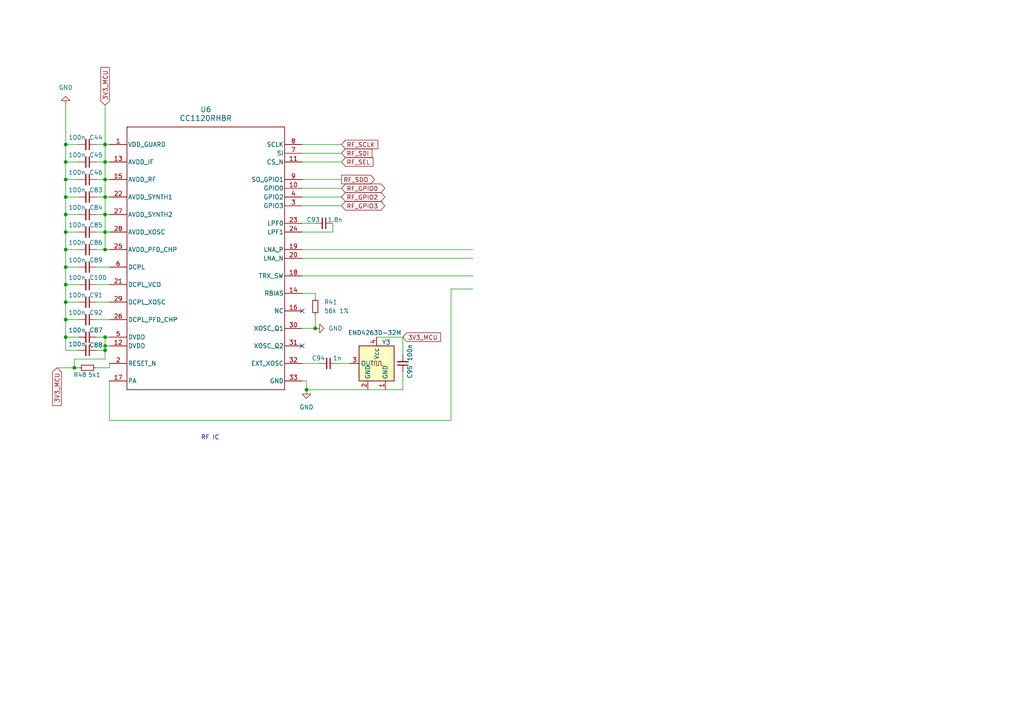
<source format=kicad_sch>
(kicad_sch (version 20250114) (generator "eeschema") (generator_version "9.0")
  (paper "A4")
  (lib_symbols
    (symbol "2025-03-28_00-57-05:SI4468-A2A-IM" (pin_names (offset 0.254))
      (property "Reference" "U" (at 22.86 10.16 0))
      (property "Value" "SI4468-A2A-IM" (at 22.86 7.62 0))
      (symbol "SI4468-A2A-IM_0_1"
        (polyline (pts (xy 7.62 5.08) (xy 7.62 -30.48)) (stroke (width 0.127)))
        (polyline (pts (xy 7.62 -30.48) (xy 38.1 -30.48)) (stroke (width 0.127)))
        (polyline (pts (xy 38.1 5.08) (xy 7.62 5.08)) (stroke (width 0.127)))
        (polyline (pts (xy 38.1 -30.48) (xy 38.1 5.08)) (stroke (width 0.127)))
        (pin input line (at 0 0 0) (length 7.62) (name "SDN") (number "1"))
        (pin input line (at 0 -2.54 0) (length 7.62) (name "RXP") (number "2"))
        (pin input line (at 0 -5.08 0) (length 7.62) (name "RXN") (number "3"))
        (pin output line (at 0 -7.62 0) (length 7.62) (name "TX") (number "4"))
        (pin no_connect line (at 0 -10.16 0) (length 7.62) (name "NC") (number "5"))
        (pin power_in line (at 0 -12.7 0) (length 7.62) (name "VDD") (number "6"))
        (pin output line (at 0 -15.24 0) (length 7.62) (name "TXRAMP") (number "7"))
        (pin power_in line (at 0 -17.78 0) (length 7.62) (name "VDD") (number "8"))
        (pin bidirectional line (at 0 -20.32 0) (length 7.62) (name "GPIO0") (number "9"))
        (pin bidirectional line (at 0 -22.86 0) (length 7.62) (name "GPIO1") (number "10"))
        (pin unspecified line (at 45.72 0 180) (length 7.62) (name "EPAD") (number "21"))
        (pin bidirectional line (at 45.72 -2.54 180) (length 7.62) (name "GPIO3") (number "20"))
        (pin bidirectional line (at 45.72 -5.08 180) (length 7.62) (name "GPIO2") (number "19"))
        (pin power_in line (at 45.72 -7.62 180) (length 7.62) (name "GND") (number "18"))
        (pin input line (at 45.72 -10.16 180) (length 7.62) (name "XIN") (number "17"))
        (pin output line (at 45.72 -12.7 180) (length 7.62) (name "XOUT") (number "16"))
        (pin input line (at 45.72 -15.24 180) (length 7.62) (name "NSEL") (number "15"))
        (pin input line (at 45.72 -17.78 180) (length 7.62) (name "SDI") (number "14"))
        (pin output line (at 45.72 -20.32 180) (length 7.62) (name "SDO") (number "13"))
        (pin input line (at 45.72 -22.86 180) (length 7.62) (name "SCLK") (number "12"))
        (pin output line (at 45.72 -25.4 180) (length 7.62) (name "NIRQ") (number "11"))
      )
    )
    (symbol "CC1120:CC1120RHBR" (pin_names (offset 0.254))
      (property "Reference" "U" (at 0 2.54 0))
      (property "Value" "CC1120RHBR" (at 0 0 0))
      (symbol "CC1120RHBR_0_1"
        (polyline (pts (xy -22.86 38.1) (xy -22.86 -38.1)) (stroke (width 0.2032)))
        (polyline (pts (xy -22.86 -38.1) (xy 22.86 -38.1)) (stroke (width 0.2032)))
        (polyline (pts (xy 22.86 38.1) (xy -22.86 38.1)) (stroke (width 0.2032)))
        (polyline (pts (xy 22.86 -38.1) (xy 22.86 38.1)) (stroke (width 0.2032)))
        (pin power_in line (at -27.94 33.02 0) (length 5.08) (name "VDD_GUARD") (number "1"))
        (pin power_in line (at -27.94 27.94 0) (length 5.08) (name "AVDD_IF") (number "13"))
        (pin power_in line (at -27.94 22.86 0) (length 5.08) (name "AVDD_RF") (number "15"))
        (pin power_in line (at -27.94 17.78 0) (length 5.08) (name "AVDD_SYNTH1") (number "22"))
        (pin power_in line (at -27.94 12.7 0) (length 5.08) (name "AVDD_SYNTH2") (number "27"))
        (pin power_in line (at -27.94 7.62 0) (length 5.08) (name "AVDD_XOSC") (number "28"))
        (pin power_in line (at -27.94 2.54 0) (length 5.08) (name "AVDD_PFD_CHP") (number "25"))
        (pin power_in line (at -27.94 -2.54 0) (length 5.08) (name "DCPL") (number "6"))
        (pin power_in line (at -27.94 -7.62 0) (length 5.08) (name "DCPL_VCO") (number "21"))
        (pin power_in line (at -27.94 -12.7 0) (length 5.08) (name "DCPL_XOSC") (number "29"))
        (pin power_in line (at -27.94 -17.78 0) (length 5.08) (name "DCPL_PFD_CHP") (number "26"))
        (pin power_in line (at -27.94 -22.86 0) (length 5.08) (name "DVDD") (number "5"))
        (pin power_in line (at -27.94 -25.4 0) (length 5.08) (name "DVDD") (number "12"))
        (pin input line (at -27.94 -30.48 0) (length 5.08) (name "RESET_N") (number "2"))
        (pin output line (at -27.94 -35.56 0) (length 5.08) (name "PA") (number "17"))
        (pin input line (at 27.94 33.02 180) (length 5.08) (name "SCLK") (number "8"))
        (pin input line (at 27.94 30.48 180) (length 5.08) (name "SI") (number "7"))
        (pin input line (at 27.94 27.94 180) (length 5.08) (name "CS_N") (number "11"))
        (pin bidirectional line (at 27.94 22.86 180) (length 5.08) (name "SO_GPIO1") (number "9"))
        (pin bidirectional line (at 27.94 20.32 180) (length 5.08) (name "GPIO0") (number "10"))
        (pin bidirectional line (at 27.94 17.78 180) (length 5.08) (name "GPIO2") (number "4"))
        (pin bidirectional line (at 27.94 15.24 180) (length 5.08) (name "GPIO3") (number "3"))
        (pin unspecified line (at 27.94 10.16 180) (length 5.08) (name "LPF0") (number "23"))
        (pin unspecified line (at 27.94 7.62 180) (length 5.08) (name "LPF1") (number "24"))
        (pin input line (at 27.94 2.54 180) (length 5.08) (name "LNA_P") (number "19"))
        (pin input line (at 27.94 0 180) (length 5.08) (name "LNA_N") (number "20"))
        (pin unspecified line (at 27.94 -5.08 180) (length 5.08) (name "TRX_SW") (number "18"))
        (pin unspecified line (at 27.94 -10.16 180) (length 5.08) (name "RBIAS") (number "14"))
        (pin unspecified line (at 27.94 -15.24 180) (length 5.08) (name "NC") (number "16"))
        (pin unspecified line (at 27.94 -20.32 180) (length 5.08) (name "XOSC_Q1") (number "30"))
        (pin unspecified line (at 27.94 -25.4 180) (length 5.08) (name "XOSC_Q2") (number "31"))
        (pin input line (at 27.94 -30.48 180) (length 5.08) (name "EXT_XOSC") (number "32"))
        (pin power_in line (at 27.94 -35.56 180) (length 5.08) (name "GND") (number "33"))
      )
    )
    (symbol "Device:C_Small" (pin_numbers (hide yes)) (pin_names (offset 0.254) (hide yes))
      (property "Reference" "C" (at 0.254 1.778 0))
      (property "Value" "C_Small" (at 0.254 -2.032 0))
      (symbol "C_Small_0_1"
        (polyline (pts (xy -1.524 0.508) (xy 1.524 0.508)) (stroke (width 0.3048)))
        (polyline (pts (xy -1.524 -0.508) (xy 1.524 -0.508)) (stroke (width 0.3302)))
      )
      (symbol "C_Small_1_1"
        (pin passive line (at 0 2.54 270) (length 2.032) (name "~") (number "1"))
        (pin passive line (at 0 -2.54 90) (length 2.032) (name "~") (number "2"))
      )
    )
    (symbol "Device:Crystal_GND23" (pin_names (offset 1.016) (hide yes))
      (property "Reference" "Y2" (at 11.43 6.4202 0))
      (property "Value" "Crystal_GND23" (at 11.43 3.8802 0))
      (symbol "Crystal_GND23_0_1"
        (polyline (pts (xy -2.54 2.286) (xy -2.54 3.556) (xy 2.54 3.556) (xy 2.54 2.286)))
        (polyline (pts (xy -2.54 0) (xy -2.032 0)))
        (polyline (pts (xy -2.54 -2.286) (xy -2.54 -3.556) (xy 2.54 -3.556) (xy 2.54 -2.286)))
        (polyline (pts (xy -2.032 -1.27) (xy -2.032 1.27)) (stroke (width 0.508)))
        (rectangle (start -1.143 2.54) (end 1.143 -2.54) (stroke (width 0.3048)))
        (polyline (pts (xy 0 3.556) (xy 0 3.81)))
        (polyline (pts (xy 0 -3.81) (xy 0 -3.556)))
        (polyline (pts (xy 2.032 0) (xy 2.54 0)))
        (polyline (pts (xy 2.032 -1.27) (xy 2.032 1.27)) (stroke (width 0.508)))
      )
      (symbol "Crystal_GND23_1_1"
        (pin passive line (at -3.81 0 0) (length 1.27) (name "VCC") (number "4"))
        (pin passive line (at 0 5.08 270) (length 1.27) (name "2") (number "2"))
        (pin passive line (at 0 -5.08 90) (length 1.27) (name "1") (number "1"))
        (pin passive line (at 3.81 0 180) (length 1.27) (name "OUTPUT") (number "3"))
      )
    )
    (symbol "Device:R_Small" (pin_numbers (hide yes)) (pin_names (offset 0.254) (hide yes))
      (property "Reference" "R" (at 0.762 0.508 0))
      (property "Value" "R_Small" (at 0.762 -1.016 0))
      (symbol "R_Small_0_1"
        (rectangle (start -0.762 1.778) (end 0.762 -1.778) (stroke (width 0.2032)))
      )
      (symbol "R_Small_1_1"
        (pin passive line (at 0 2.54 270) (length 0.762) (name "~") (number "1"))
        (pin passive line (at 0 -2.54 90) (length 0.762) (name "~") (number "2"))
      )
    )
    (symbol "Oscillator:TG2520SMN-xx.xxxxxxMhz-xxxxNM"
      (property "Reference" "Y3" (at -2.794 6.096 0))
      (property "Value" "END4263D-32M" (at 9.652 6.35 0))
      (symbol "TG2520SMN-xx.xxxxxxMhz-xxxxNM_0_1"
        (rectangle (start -5.08 5.08) (end 5.08 -5.08) (stroke (width 0.254)) (fill (type background)))
        (polyline (pts (xy -1.905 -0.635) (xy -1.27 -0.635) (xy -1.27 0.635) (xy -0.635 0.635) (xy -0.635 -0.635) (xy 0 -0.635) (xy 0 0.635) (xy 0.635 0.635) (xy 0.635 -0.635)))
      )
      (symbol "TG2520SMN-xx.xxxxxxMhz-xxxxNM_1_1"
        (pin no_connect line (at -5.08 0 0) (length 2.54) (hide yes) (name "NC") (number "1"))
        (pin power_in line (at -2.54 -7.62 90) (length 2.54) (name "GND") (number "1"))
        (pin power_in line (at 0 7.62 270) (length 2.54) (name "Vcc") (number "4"))
        (pin power_in line (at 2.54 -7.62 90) (length 2.54) (name "GND") (number "2"))
        (pin output line (at 7.62 0 180) (length 2.54) (name "OUT") (number "3"))
      )
    )
    (symbol "power:GND" (power) (pin_numbers (hide yes)) (pin_names (offset 0) (hide yes))
      (property "Value" "GND" (at 0 -3.81 0))
      (symbol "GND_0_1"
        (polyline (pts (xy 0 0) (xy 0 -1.27) (xy 1.27 -1.27) (xy 0 -2.54) (xy -1.27 -1.27) (xy 0 -1.27)))
      )
      (symbol "GND_1_1"
        (pin power_in line (at 0 0 270) (length 0) (name "~") (number "1"))
      )
    )
  )
  (text "RF IC\n" (at 60.96 127 0) (effects (font (size 1.27 1.27))))
  (junction (at 354.33 81.28))
  (junction (at 19.05 87.63))
  (junction (at 441.96 52.07))
  (junction (at 19.05 77.47))
  (junction (at 30.48 46.99))
  (junction (at 354.33 90.17))
  (junction (at 441.96 59.69))
  (junction (at 349.25 90.17))
  (junction (at 30.48 52.07))
  (junction (at 19.05 41.91))
  (junction (at 30.48 100.33))
  (junction (at 349.25 81.28))
  (junction (at 30.48 72.39))
  (junction (at 91.44 95.25))
  (junction (at 21.59 106.68))
  (junction (at 354.33 44.45))
  (junction (at 30.48 97.79))
  (junction (at 19.05 52.07))
  (junction (at 349.25 104.14))
  (junction (at 30.48 62.23))
  (junction (at 30.48 57.15))
  (junction (at 19.05 72.39))
  (junction (at 30.48 67.31))
  (junction (at 30.48 41.91))
  (junction (at 19.05 62.23))
  (junction (at 88.9 113.03))
  (junction (at 354.33 104.14))
  (junction (at 19.05 97.79))
  (junction (at 359.41 62.23))
  (junction (at 19.05 67.31))
  (junction (at 354.33 72.39))
  (junction (at 19.05 82.55))
  (junction (at 19.05 57.15))
  (junction (at 30.48 101.6))
  (junction (at 19.05 92.71))
  (junction (at 19.05 46.99))
  (no_connect (at 87.63 100.33))
  (no_connect (at 87.63 90.17))
  (wire (pts (xy 116.84 102.87) (xy 116.84 97.79)))
  (wire (pts (xy 30.48 100.33) (xy 31.75 100.33)))
  (wire (pts (xy 21.59 104.14) (xy 30.48 104.14)))
  (wire (pts (xy 130.81 121.92) (xy 130.81 83.82)))
  (wire (pts (xy 354.33 72.39) (xy 354.33 62.23)))
  (wire (pts (xy 30.48 67.31) (xy 30.48 72.39)))
  (wire (pts (xy 30.48 101.6) (xy 30.48 100.33)))
  (wire (pts (xy 87.63 46.99) (xy 99.06 46.99)))
  (wire (pts (xy 27.94 92.71) (xy 31.75 92.71)))
  (wire (pts (xy 334.01 59.69) (xy 361.95 59.69)))
  (wire (pts (xy 441.96 52.07) (xy 441.96 53.34)))
  (wire (pts (xy 30.48 97.79) (xy 30.48 100.33)))
  (wire (pts (xy 27.94 77.47) (xy 31.75 77.47)))
  (wire (pts (xy 349.25 90.17) (xy 349.25 104.14)))
  (wire (pts (xy 19.05 41.91) (xy 19.05 46.99)))
  (wire (pts (xy 99.06 59.69) (xy 87.63 59.69)))
  (wire (pts (xy 27.94 46.99) (xy 30.48 46.99)))
  (wire (pts (xy 334.01 49.53) (xy 361.95 49.53)))
  (wire (pts (xy 19.05 97.79) (xy 22.86 97.79)))
  (wire (pts (xy 91.44 85.09) (xy 91.44 86.36)))
  (wire (pts (xy 407.67 54.61) (xy 415.29 54.61)))
  (wire (pts (xy 87.63 105.41) (xy 92.71 105.41)))
  (wire (pts (xy 19.05 62.23) (xy 19.05 67.31)))
  (wire (pts (xy 91.44 91.44) (xy 91.44 95.25)))
  (wire (pts (xy 427.99 66.04) (xy 427.99 54.61)))
  (wire (pts (xy 19.05 46.99) (xy 19.05 52.07)))
  (wire (pts (xy 407.67 49.53) (xy 421.64 49.53)))
  (wire (pts (xy 19.05 82.55) (xy 19.05 77.47)))
  (wire (pts (xy 116.84 97.79) (xy 109.22 97.79)))
  (wire (pts (xy 359.41 64.77) (xy 359.41 80.01)))
  (wire (pts (xy 19.05 46.99) (xy 22.86 46.99)))
  (wire (pts (xy 99.06 57.15) (xy 87.63 57.15)))
  (wire (pts (xy 30.48 30.48) (xy 30.48 41.91)))
  (wire (pts (xy 440.69 59.69) (xy 441.96 59.69)))
  (wire (pts (xy 405.13 80.01) (xy 410.21 80.01)))
  (wire (pts (xy 19.05 82.55) (xy 22.86 82.55)))
  (wire (pts (xy 455.93 66.04) (xy 427.99 66.04)))
  (wire (pts (xy 21.59 106.68) (xy 22.86 106.68)))
  (wire (pts (xy 354.33 90.17) (xy 354.33 104.14)))
  (wire (pts (xy 361.95 57.15) (xy 359.41 57.15)))
  (wire (pts (xy 99.06 44.45) (xy 87.63 44.45)))
  (wire (pts (xy 407.67 46.99) (xy 421.64 46.99)))
  (wire (pts (xy 22.86 72.39) (xy 19.05 72.39)))
  (wire (pts (xy 99.06 41.91) (xy 87.63 41.91)))
  (wire (pts (xy 30.48 46.99) (xy 31.75 46.99)))
  (wire (pts (xy 334.01 46.99) (xy 361.95 46.99)))
  (wire (pts (xy 349.25 72.39) (xy 349.25 81.28)))
  (wire (pts (xy 19.05 62.23) (xy 22.86 62.23)))
  (wire (pts (xy 130.81 83.82) (xy 137.16 83.82)))
  (wire (pts (xy 354.33 36.83) (xy 354.33 39.37)))
  (wire (pts (xy 27.94 97.79) (xy 30.48 97.79)))
  (wire (pts (xy 27.94 82.55) (xy 31.75 82.55)))
  (wire (pts (xy 410.21 67.31) (xy 407.67 67.31)))
  (wire (pts (xy 87.63 85.09) (xy 91.44 85.09)))
  (wire (pts (xy 19.05 52.07) (xy 19.05 57.15)))
  (wire (pts (xy 19.05 77.47) (xy 22.86 77.47)))
  (wire (pts (xy 96.52 67.31) (xy 87.63 67.31)))
  (wire (pts (xy 31.75 121.92) (xy 130.81 121.92)))
  (wire (pts (xy 99.06 54.61) (xy 87.63 54.61)))
  (wire (pts (xy 27.94 62.23) (xy 30.48 62.23)))
  (wire (pts (xy 22.86 87.63) (xy 19.05 87.63)))
  (wire (pts (xy 31.75 106.68) (xy 31.75 105.41)))
  (wire (pts (xy 30.48 72.39) (xy 31.75 72.39)))
  (wire (pts (xy 30.48 104.14) (xy 30.48 101.6)))
  (wire (pts (xy 88.9 110.49) (xy 88.9 113.03)))
  (wire (pts (xy 88.9 113.03) (xy 116.84 113.03)))
  (wire (pts (xy 441.96 59.69) (xy 448.31 59.69)))
  (wire (pts (xy 19.05 92.71) (xy 22.86 92.71)))
  (wire (pts (xy 349.25 81.28) (xy 349.25 90.17)))
  (wire (pts (xy 16.51 106.68) (xy 21.59 106.68)))
  (wire (pts (xy 30.48 67.31) (xy 31.75 67.31)))
  (wire (pts (xy 27.94 41.91) (xy 30.48 41.91)))
  (wire (pts (xy 19.05 57.15) (xy 22.86 57.15)))
  (wire (pts (xy 415.29 62.23) (xy 407.67 62.23)))
  (wire (pts (xy 19.05 82.55) (xy 19.05 87.63)))
  (wire (pts (xy 27.94 72.39) (xy 30.48 72.39)))
  (wire (pts (xy 96.52 64.77) (xy 96.52 67.31)))
  (wire (pts (xy 87.63 72.39) (xy 137.16 72.39)))
  (wire (pts (xy 405.13 85.09) (xy 415.29 85.09)))
  (wire (pts (xy 441.96 52.07) (xy 452.12 52.07)))
  (wire (pts (xy 452.12 54.61) (xy 452.12 52.07)))
  (wire (pts (xy 27.94 106.68) (xy 31.75 106.68)))
  (wire (pts (xy 349.25 104.14) (xy 349.25 107.95)))
  (wire (pts (xy 359.41 57.15) (xy 359.41 62.23)))
  (wire (pts (xy 19.05 77.47) (xy 19.05 72.39)))
  (wire (pts (xy 19.05 30.48) (xy 19.05 41.91)))
  (wire (pts (xy 455.93 59.69) (xy 455.93 66.04)))
  (wire (pts (xy 19.05 92.71) (xy 19.05 97.79)))
  (wire (pts (xy 30.48 57.15) (xy 30.48 62.23)))
  (wire (pts (xy 361.95 77.47) (xy 367.03 77.47)))
  (wire (pts (xy 87.63 74.93) (xy 137.16 74.93)))
  (wire (pts (xy 30.48 62.23) (xy 30.48 67.31)))
  (wire (pts (xy 19.05 52.07) (xy 22.86 52.07)))
  (wire (pts (xy 27.94 67.31) (xy 30.48 67.31)))
  (wire (pts (xy 87.63 52.07) (xy 99.06 52.07)))
  (wire (pts (xy 354.33 62.23) (xy 359.41 62.23)))
  (wire (pts (xy 407.67 52.07) (xy 441.96 52.07)))
  (wire (pts (xy 359.41 80.01) (xy 367.03 80.01)))
  (wire (pts (xy 19.05 67.31) (xy 19.05 72.39)))
  (wire (pts (xy 361.95 64.77) (xy 359.41 64.77)))
  (wire (pts (xy 87.63 64.77) (xy 91.44 64.77)))
  (wire (pts (xy 21.59 104.14) (xy 21.59 106.68)))
  (wire (pts (xy 31.75 97.79) (xy 30.48 97.79)))
  (wire (pts (xy 97.79 105.41) (xy 101.6 105.41)))
  (wire (pts (xy 27.94 57.15) (xy 30.48 57.15)))
  (wire (pts (xy 354.33 44.45) (xy 361.95 44.45)))
  (wire (pts (xy 354.33 81.28) (xy 354.33 90.17)))
  (wire (pts (xy 405.13 77.47) (xy 407.67 77.47)))
  (wire (pts (xy 22.86 101.6) (xy 19.05 101.6)))
  (wire (pts (xy 407.67 59.69) (xy 417.83 59.69)))
  (wire (pts (xy 405.13 87.63) (xy 417.83 87.63)))
  (wire (pts (xy 87.63 80.01) (xy 137.16 80.01)))
  (wire (pts (xy 407.67 64.77) (xy 412.75 64.77)))
  (wire (pts (xy 412.75 64.77) (xy 412.75 82.55)))
  (wire (pts (xy 359.41 62.23) (xy 361.95 62.23)))
  (wire (pts (xy 427.99 54.61) (xy 420.37 54.61)))
  (wire (pts (xy 350.52 44.45) (xy 354.33 44.45)))
  (wire (pts (xy 30.48 52.07) (xy 31.75 52.07)))
  (wire (pts (xy 31.75 87.63) (xy 27.94 87.63)))
  (wire (pts (xy 361.95 67.31) (xy 361.95 77.47)))
  (wire (pts (xy 91.44 95.25) (xy 87.63 95.25)))
  (wire (pts (xy 19.05 57.15) (xy 19.05 62.23)))
  (wire (pts (xy 417.83 59.69) (xy 417.83 87.63)))
  (wire (pts (xy 415.29 85.09) (xy 415.29 62.23)))
  (wire (pts (xy 30.48 46.99) (xy 30.48 52.07)))
  (wire (pts (xy 30.48 41.91) (xy 31.75 41.91)))
  (wire (pts (xy 116.84 107.95) (xy 116.84 113.03)))
  (wire (pts (xy 19.05 67.31) (xy 22.86 67.31)))
  (wire (pts (xy 407.67 77.47) (xy 407.67 69.85)))
  (wire (pts (xy 27.94 101.6) (xy 30.48 101.6)))
  (wire (pts (xy 27.94 52.07) (xy 30.48 52.07)))
  (wire (pts (xy 354.33 72.39) (xy 354.33 81.28)))
  (wire (pts (xy 31.75 110.49) (xy 31.75 121.92)))
  (wire (pts (xy 410.21 80.01) (xy 410.21 67.31)))
  (wire (pts (xy 412.75 82.55) (xy 405.13 82.55)))
  (wire (pts (xy 354.33 104.14) (xy 354.33 105.41)))
  (wire (pts (xy 30.48 52.07) (xy 30.48 57.15)))
  (wire (pts (xy 87.63 110.49) (xy 88.9 110.49)))
  (wire (pts (xy 19.05 101.6) (xy 19.05 97.79)))
  (wire (pts (xy 441.96 58.42) (xy 441.96 59.69)))
  (wire (pts (xy 19.05 87.63) (xy 19.05 92.71)))
  (wire (pts (xy 334.01 52.07) (xy 361.95 52.07)))
  (wire (pts (xy 30.48 41.91) (xy 30.48 46.99)))
  (wire (pts (xy 22.86 41.91) (xy 19.05 41.91)))
  (wire (pts (xy 30.48 57.15) (xy 31.75 57.15)))
  (wire (pts (xy 30.48 62.23) (xy 31.75 62.23)))
  (global_label "RF_SDO" (shape output) (at 405.13 82.55 180) (property "Intersheetrefs" "${INTERSHEET_REFS}" (effects (hide yes))))
  (global_label "RF_SEL" (shape input) (at 405.13 87.63 180) (property "Intersheetrefs" "${INTERSHEET_REFS}" (effects (hide yes))))
  (global_label "3V3_MCU" (shape input) (at 354.33 36.83 180) (property "Intersheetrefs" "${INTERSHEET_REFS}" (effects (hide yes))))
  (global_label "RF_SHUTDOWN" (shape input) (at 350.52 44.45 180) (property "Intersheetrefs" "${INTERSHEET_REFS}" (effects (hide yes))))
  (global_label "RF_GPIO1" (shape bidirectional) (at 367.03 77.47 0) (property "Intersheetrefs" "${INTERSHEET_REFS}" (effects (hide yes))))
  (global_label "RF_GPIO2" (shape bidirectional) (at 421.64 49.53 0) (property "Intersheetrefs" "${INTERSHEET_REFS}" (effects (hide yes))))
  (global_label "3V3_MCU" (shape input) (at 116.84 97.79 0) (property "Intersheetrefs" "${INTERSHEET_REFS}" (effects (hide yes))))
  (global_label "3V3_MCU" (shape input) (at 354.33 105.41 270) (property "Intersheetrefs" "${INTERSHEET_REFS}" (effects (hide yes))))
  (global_label "RF_GPIO3" (shape bidirectional) (at 99.06 59.69 0) (property "Intersheetrefs" "${INTERSHEET_REFS}" (effects (hide yes))))
  (global_label "RF_SDI" (shape input) (at 99.06 44.45 0) (property "Intersheetrefs" "${INTERSHEET_REFS}" (effects (hide yes))))
  (global_label "RF_GPIO0" (shape bidirectional) (at 99.06 54.61 0) (property "Intersheetrefs" "${INTERSHEET_REFS}" (effects (hide yes))))
  (global_label "RF_GPIO0" (shape bidirectional) (at 367.03 80.01 0) (property "Intersheetrefs" "${INTERSHEET_REFS}" (effects (hide yes))))
  (global_label "RF_INTERRUPT" (shape output) (at 405.13 77.47 180) (property "Intersheetrefs" "${INTERSHEET_REFS}" (effects (hide yes))))
  (global_label "3V3_MCU" (shape input) (at 16.51 106.68 270) (property "Intersheetrefs" "${INTERSHEET_REFS}" (effects (hide yes))))
  (global_label "RF_SDI" (shape input) (at 405.13 85.09 180) (property "Intersheetrefs" "${INTERSHEET_REFS}" (effects (hide yes))))
  (global_label "RF_SDO" (shape output) (at 99.06 52.07 0) (property "Intersheetrefs" "${INTERSHEET_REFS}" (effects (hide yes))))
  (global_label "RF_GPIO2" (shape bidirectional) (at 99.06 57.15 0) (property "Intersheetrefs" "${INTERSHEET_REFS}" (effects (hide yes))))
  (global_label "RF_SEL" (shape input) (at 99.06 46.99 0) (property "Intersheetrefs" "${INTERSHEET_REFS}" (effects (hide yes))))
  (global_label "RF_SCLK" (shape input) (at 405.13 80.01 180) (property "Intersheetrefs" "${INTERSHEET_REFS}" (effects (hide yes))))
  (global_label "RF_SCLK" (shape input) (at 99.06 41.91 0) (property "Intersheetrefs" "${INTERSHEET_REFS}" (effects (hide yes))))
  (global_label "3V3_MCU" (shape input) (at 30.48 30.48 90) (property "Intersheetrefs" "${INTERSHEET_REFS}" (effects (hide yes))))
  (global_label "RF_GPIO3" (shape bidirectional) (at 421.64 46.99 0) (property "Intersheetrefs" "${INTERSHEET_REFS}" (effects (hide yes))))
  (global_label "3V3_MCU" (shape input) (at 440.69 59.69 180) (property "Intersheetrefs" "${INTERSHEET_REFS}" (effects (hide yes))))
  (symbol (lib_id "Device:C_Small") (at 25.4 62.23 270) (unit 1)
    (property "Reference" "C84" (at 25.908 60.198 90) (effects (justify left)))
    (property "Value" "100n" (at 19.812 60.198 90) (effects (justify left)))
    (property "Footprint" "Capacitor_SMD:C_0402_1005Metric_Pad0.74x0.62mm_HandSolder" (effects (hide yes)))
    (property "Description" "Unpolarized capacitor, small symbol" (effects (hide yes)))
  )
  (symbol (lib_id "Device:C_Small") (at 25.4 46.99 270) (unit 1)
    (property "Reference" "C45" (at 25.908 44.958 90) (effects (justify left)))
    (property "Value" "100n" (at 19.812 44.958 90) (effects (justify left)))
    (property "Footprint" "Capacitor_SMD:C_0402_1005Metric_Pad0.74x0.62mm_HandSolder" (effects (hide yes)))
    (property "Description" "Unpolarized capacitor, small symbol" (effects (hide yes)))
  )
  (symbol (lib_id "Device:C_Small") (at 441.96 55.88 0) (unit 1) (on_board no) (dnp yes)
    (property "Reference" "C24" (at 444.5 54.6162 0) (effects (justify left)))
    (property "Value" "100n" (at 444.5 57.1562 0) (effects (justify left)))
    (property "Description" "Unpolarized capacitor, small symbol" (effects (hide yes)))
  )
  (symbol (lib_id "Device:C_Small") (at 25.4 77.47 270) (unit 1)
    (property "Reference" "C89" (at 25.908 75.438 90) (effects (justify left)))
    (property "Value" "100n" (at 19.812 75.438 90) (effects (justify left)))
    (property "Footprint" "Capacitor_SMD:C_0402_1005Metric_Pad0.74x0.62mm_HandSolder" (effects (hide yes)))
    (property "Description" "Unpolarized capacitor, small symbol" (effects (hide yes)))
  )
  (symbol (lib_id "Device:C_Small") (at 25.4 101.6 270) (unit 1)
    (property "Reference" "C88" (at 25.908 100.076 90) (effects (justify left)))
    (property "Value" "100n" (at 19.812 99.822 90) (effects (justify left)))
    (property "Footprint" "Capacitor_SMD:C_0402_1005Metric_Pad0.74x0.62mm_HandSolder" (effects (hide yes)))
    (property "Description" "Unpolarized capacitor, small symbol" (effects (hide yes)))
  )
  (symbol (lib_id "Device:C_Small") (at 95.25 105.41 270) (unit 1)
    (property "Reference" "C94" (at 90.424 103.886 90) (effects (justify left)))
    (property "Value" "1n" (at 96.52 103.886 90) (effects (justify left)))
    (property "Footprint" "Capacitor_SMD:C_0603_1608Metric_Pad1.08x0.95mm_HandSolder" (effects (hide yes)))
    (property "Description" "Unpolarized capacitor, small symbol" (effects (hide yes)))
  )
  (symbol (lib_id "Device:C_Small") (at 25.4 67.31 270) (unit 1)
    (property "Reference" "C85" (at 25.908 65.278 90) (effects (justify left)))
    (property "Value" "100n" (at 19.812 65.278 90) (effects (justify left)))
    (property "Footprint" "Capacitor_SMD:C_0402_1005Metric_Pad0.74x0.62mm_HandSolder" (effects (hide yes)))
    (property "Description" "Unpolarized capacitor, small symbol" (effects (hide yes)))
  )
  (symbol (lib_id "Oscillator:TG2520SMN-xx.xxxxxxMhz-xxxxNM") (at 109.22 105.41 0) (mirror y) (unit 1)
    (property "Reference" "Y3" (at 112.014 99.314 0))
    (property "Value" "END4263D-32M" (at 108.712 96.52 0))
    (property "Footprint" "Oscillator:Oscillator_SMD_SeikoEpson_TG2520SMN-xxx-xxxxxx-4Pin_2.5x2.0mm" (effects (hide yes)))
    (property "Datasheet" "https://support.epson.biz/td/api/doc_check.php?dl=app_TG2520SMN&lang=en" (effects (hide yes)))
    (property "Description" "Crystal Oscillator Low Profile / High Stability TCXO" (effects (hide yes)))
  )
  (symbol (lib_id "power:GND") (at 361.95 54.61 270) (unit 1) (on_board no) (dnp yes)
    (property "Reference" "#PWR018" (effects (hide yes)))
    (property "Value" "GND" (at 358.14 54.6099 90) (effects (justify right)))
    (property "Description" "Power symbol creates a global label with name \"GND\" , ground" (effects (hide yes)))
  )
  (symbol (lib_id "Device:C_Small") (at 25.4 97.79 270) (unit 1)
    (property "Reference" "C87" (at 25.908 95.758 90) (effects (justify left)))
    (property "Value" "100n" (at 19.812 95.758 90) (effects (justify left)))
    (property "Footprint" "Capacitor_SMD:C_0402_1005Metric_Pad0.74x0.62mm_HandSolder" (effects (hide yes)))
    (property "Description" "Unpolarized capacitor, small symbol" (effects (hide yes)))
  )
  (symbol (lib_id "Device:C_Small") (at 351.79 90.17 270) (unit 1) (on_board no) (dnp yes)
    (property "Reference" "C21" (at 353.0538 92.71 0) (effects (justify left)))
    (property "Value" "100n" (at 350.5138 92.71 0) (effects (justify left)))
    (property "Description" "Unpolarized capacitor, small symbol" (effects (hide yes)))
  )
  (symbol (lib_id "Device:C_Small") (at 25.4 92.71 270) (unit 1)
    (property "Reference" "C92" (at 25.908 90.678 90) (effects (justify left)))
    (property "Value" "100n" (at 19.812 90.678 90) (effects (justify left)))
    (property "Footprint" "Capacitor_SMD:C_0402_1005Metric_Pad0.74x0.62mm_HandSolder" (effects (hide yes)))
    (property "Description" "Unpolarized capacitor, small symbol" (effects (hide yes)))
  )
  (symbol (lib_id "Device:C_Small") (at 351.79 104.14 270) (unit 1) (on_board no) (dnp yes)
    (property "Reference" "C20" (at 351.79 99.06 90))
    (property "Value" "4.7u" (at 351.79 101.346 90))
    (property "Description" "Unpolarized capacitor, small symbol" (effects (hide yes)))
  )
  (symbol (lib_id "Device:C_Small") (at 25.4 52.07 270) (unit 1)
    (property "Reference" "C46" (at 25.908 50.038 90) (effects (justify left)))
    (property "Value" "100n" (at 19.812 50.038 90) (effects (justify left)))
    (property "Footprint" "Capacitor_SMD:C_0402_1005Metric_Pad0.74x0.62mm_HandSolder" (effects (hide yes)))
    (property "Description" "Unpolarized capacitor, small symbol" (effects (hide yes)))
  )
  (symbol (lib_id "Device:C_Small") (at 25.4 87.63 270) (unit 1)
    (property "Reference" "C91" (at 25.908 85.598 90) (effects (justify left)))
    (property "Value" "100n" (at 19.812 85.598 90) (effects (justify left)))
    (property "Footprint" "Capacitor_SMD:C_0402_1005Metric_Pad0.74x0.62mm_HandSolder" (effects (hide yes)))
    (property "Description" "Unpolarized capacitor, small symbol" (effects (hide yes)))
  )
  (symbol (lib_id "power:GND") (at 407.67 44.45 90) (unit 1) (on_board no) (dnp yes)
    (property "Reference" "#PWR017" (effects (hide yes)))
    (property "Value" "GND" (at 411.48 44.4499 90) (effects (justify right)))
    (property "Description" "Power symbol creates a global label with name \"GND\" , ground" (effects (hide yes)))
  )
  (symbol (lib_id "Device:C_Small") (at 417.83 54.61 270) (unit 1) (on_board no) (dnp yes)
    (property "Reference" "C25" (at 414.782 55.88 90))
    (property "Value" "100p" (at 421.894 55.88 90))
    (property "Description" "Unpolarized capacitor, small symbol" (effects (hide yes)))
  )
  (symbol (lib_id "CC1120:CC1120RHBR") (at 59.69 74.93 0) (unit 1)
    (property "Reference" "U6" (at 59.69 31.75 0) (effects (font (size 1.524 1.524))))
    (property "Value" "CC1120RHBR" (at 59.69 34.29 0) (effects (font (size 1.524 1.524))))
    (property "Footprint" "RHB0032E" (effects (hide yes)))
    (property "Datasheet" "CC1120RHBR" (effects (hide yes)))
  )
  (symbol (lib_id "2025-03-28_00-57-05:SI4468-A2A-IM") (at 361.95 44.45 0) (unit 1) (on_board no) (dnp yes)
    (property "Reference" "U4" (at 384.81 34.29 0) (effects (font (size 1.524 1.524))))
    (property "Value" "SI4468-A2A-IM" (at 384.81 36.83 0) (effects (font (size 1.524 1.524))))
    (property "Footprint" "QFN20_4X4_SIL" (effects (hide yes)))
    (property "Datasheet" "SI4468-A2A-IM" (effects (hide yes)))
  )
  (symbol (lib_id "power:GND") (at 19.05 30.48 180) (unit 1)
    (property "Reference" "#PWR029" (effects (hide yes)))
    (property "Value" "GND" (at 19.05 25.4 0))
    (property "Description" "Power symbol creates a global label with name \"GND\" , ground" (effects (hide yes)))
  )
  (symbol (lib_id "Device:R_Small") (at 25.4 106.68 90) (unit 1)
    (property "Reference" "R48" (at 25.146 108.712 90) (effects (justify left)))
    (property "Value" "5k1" (at 29.21 108.712 90) (effects (justify left)))
    (property "Description" "Resistor, small symbol" (effects (hide yes)))
  )
  (symbol (lib_id "Device:C_Small") (at 25.4 57.15 270) (unit 1)
    (property "Reference" "C83" (at 25.908 55.118 90) (effects (justify left)))
    (property "Value" "100n" (at 19.812 55.118 90) (effects (justify left)))
    (property "Footprint" "Capacitor_SMD:C_0402_1005Metric_Pad0.74x0.62mm_HandSolder" (effects (hide yes)))
    (property "Description" "Unpolarized capacitor, small symbol" (effects (hide yes)))
  )
  (symbol (lib_id "Device:C_Small") (at 351.79 72.39 270) (unit 1) (on_board no) (dnp yes)
    (property "Reference" "C23" (at 353.0538 74.93 0) (effects (justify left)))
    (property "Value" "15p" (at 350.5138 74.93 0) (effects (justify left)))
    (property "Description" "Unpolarized capacitor, small symbol" (effects (hide yes)))
  )
  (symbol (lib_id "Device:C_Small") (at 116.84 105.41 180) (unit 1)
    (property "Reference" "C95" (at 118.872 105.918 90) (effects (justify left)))
    (property "Value" "100n" (at 118.872 99.822 90) (effects (justify left)))
    (property "Footprint" "Capacitor_SMD:C_0402_1005Metric_Pad0.74x0.62mm_HandSolder" (effects (hide yes)))
    (property "Description" "Unpolarized capacitor, small symbol" (effects (hide yes)))
  )
  (symbol (lib_id "power:GND") (at 91.44 95.25 90) (unit 1)
    (property "Reference" "#PWR046" (effects (hide yes)))
    (property "Value" "GND" (at 95.25 95.2499 90) (effects (justify right)))
    (property "Description" "Power symbol creates a global label with name \"GND\" , ground" (effects (hide yes)))
  )
  (symbol (lib_id "Device:C_Small") (at 25.4 72.39 270) (unit 1)
    (property "Reference" "C86" (at 25.908 70.358 90) (effects (justify left)))
    (property "Value" "100n" (at 19.812 70.358 90) (effects (justify left)))
    (property "Footprint" "Capacitor_SMD:C_0402_1005Metric_Pad0.74x0.62mm_HandSolder" (effects (hide yes)))
    (property "Description" "Unpolarized capacitor, small symbol" (effects (hide yes)))
  )
  (symbol (lib_id "Device:R_Small") (at 354.33 41.91 0) (unit 1) (on_board no) (dnp yes)
    (property "Reference" "R11" (at 356.87 40.6399 0) (effects (justify left)))
    (property "Value" "10k" (at 356.87 43.1799 0) (effects (justify left)))
    (property "Description" "Resistor, small symbol" (effects (hide yes)))
  )
  (symbol (lib_id "Device:Crystal_GND23") (at 452.12 59.69 0) (unit 1) (on_board no) (dnp yes)
    (property "Reference" "Y2" (at 458.216 57.912 0))
    (property "Value" "RTX-104EF3C-S-30.000-TR" (at 469.9 55.8098 0))
    (property "Footprint" "Crystal:Crystal_SMD_3225-4Pin_3.2x2.5mm" (effects (hide yes)))
    (property "Description" "Four pin crystal, GND on pins 2 and 3" (effects (hide yes)))
  )
  (symbol (lib_id "Device:C_Small") (at 93.98 64.77 270) (unit 1)
    (property "Reference" "C93" (at 88.9 63.754 90) (effects (justify left)))
    (property "Value" "1.8n" (at 94.996 63.754 90) (effects (justify left)))
    (property "Footprint" "Capacitor_SMD:C_0603_1608Metric_Pad1.08x0.95mm_HandSolder" (effects (hide yes)))
    (property "Description" "Unpolarized capacitor, small symbol" (effects (hide yes)))
  )
  (symbol (lib_id "power:GND") (at 349.25 107.95 0) (unit 1) (on_board no) (dnp yes)
    (property "Reference" "#PWR016" (effects (hide yes)))
    (property "Value" "GND" (at 349.2501 111.76 90) (effects (justify right)))
    (property "Description" "Power symbol creates a global label with name \"GND\" , ground" (effects (hide yes)))
  )
  (symbol (lib_id "Device:R_Small") (at 91.44 88.9 0) (unit 1)
    (property "Reference" "R41" (at 93.98 87.6299 0) (effects (justify left)))
    (property "Value" "56k 1%" (at 93.98 90.1699 0) (effects (justify left)))
    (property "Description" "Resistor, small symbol" (effects (hide yes)))
  )
  (symbol (lib_id "Device:C_Small") (at 25.4 82.55 270) (unit 1)
    (property "Reference" "C100" (at 25.908 80.518 90) (effects (justify left)))
    (property "Value" "100n" (at 19.812 80.518 90) (effects (justify left)))
    (property "Footprint" "Capacitor_SMD:C_0402_1005Metric_Pad0.74x0.62mm_HandSolder" (effects (hide yes)))
    (property "Description" "Unpolarized capacitor, small symbol" (effects (hide yes)))
  )
  (symbol (lib_id "Device:C_Small") (at 25.4 41.91 270) (unit 1)
    (property "Reference" "C44" (at 25.908 39.878 90) (effects (justify left)))
    (property "Value" "100n" (at 19.812 39.878 90) (effects (justify left)))
    (property "Footprint" "Capacitor_SMD:C_0402_1005Metric_Pad0.74x0.62mm_HandSolder" (effects (hide yes)))
    (property "Description" "Unpolarized capacitor, small symbol" (effects (hide yes)))
  )
  (symbol (lib_id "Device:C_Small") (at 351.79 81.28 270) (unit 1) (on_board no) (dnp yes)
    (property "Reference" "C22" (at 353.0538 83.82 0) (effects (justify left)))
    (property "Value" "100p" (at 350.5138 83.82 0) (effects (justify left)))
    (property "Description" "Unpolarized capacitor, small symbol" (effects (hide yes)))
  )
  (symbol (lib_id "power:GND") (at 88.9 113.03 0) (unit 1)
    (property "Reference" "#PWR031" (effects (hide yes)))
    (property "Value" "GND" (at 88.9 118.11 0))
    (property "Description" "Power symbol creates a global label with name \"GND\" , ground" (effects (hide yes)))
  )
)
</source>
